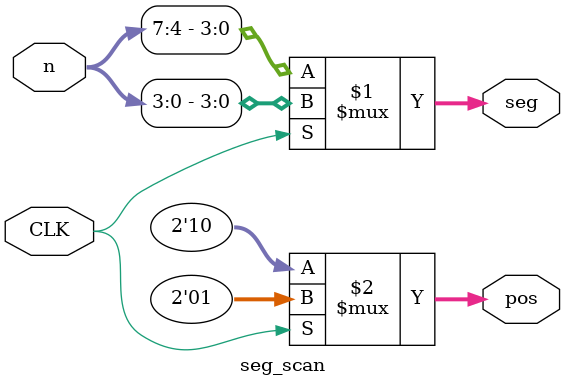
<source format=v>
`timescale 1ns / 1ps


module seg_scan(
    input CLK,
    input [7:0] n, // number
    output [1:0] pos, // position to display
    output [3:0] seg // digit format
    );
    assign seg = (CLK) ? n[3:0] : n[7:4];
    assign pos = (CLK) ? 2'b01 : 2'b10;
endmodule


</source>
